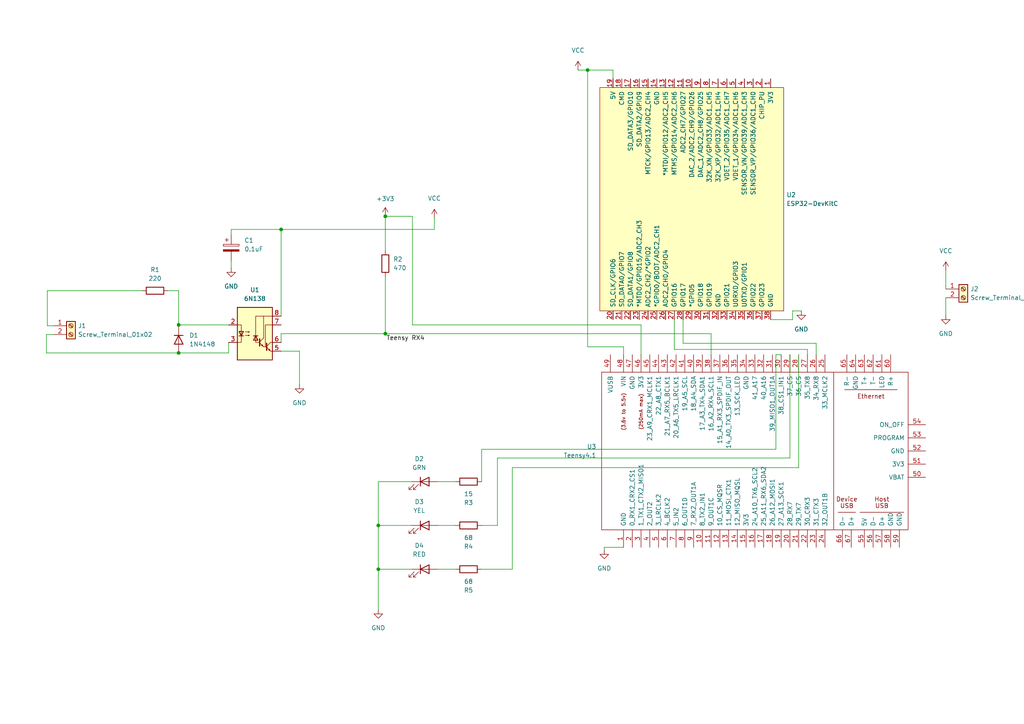
<source format=kicad_sch>
(kicad_sch (version 20211123) (generator eeschema)
  (paper "A4")
  (title_block (title "Piano Synth") (date "2022-05-25") (rev "v0") (company "JOYLABO.STUDIO") (comment 1 "Pool Piano @ Echigo Tsumari"))
  (lib_symbols
    (symbol "Connector:Screw_Terminal_01x02" (pin_names (offset 1.016) hide)
      (property "Reference" "J" (at 0 2.54 0))
      (property "Value" "Screw_Terminal_01x02" (at 0 -5.08 0))
      (symbol "Screw_Terminal_01x02_1_1"
        (rectangle (start -1.27 1.27) (end 1.27 -3.81) (stroke (width 0.254)) (fill (type background)))
        (circle (center 0 -2.54) (radius 0.635) (stroke (width 0.1524)))
        (polyline (pts (xy -0.5334 -2.2098) (xy 0.3302 -3.048)) (stroke (width 0.1524)))
        (polyline (pts (xy -0.5334 0.3302) (xy 0.3302 -0.508)) (stroke (width 0.1524)))
        (polyline (pts (xy -0.3556 -2.032) (xy 0.508 -2.8702)) (stroke (width 0.1524)))
        (polyline (pts (xy -0.3556 0.508) (xy 0.508 -0.3302)) (stroke (width 0.1524)))
        (circle (center 0 0) (radius 0.635) (stroke (width 0.1524)))
        (pin passive line (at -5.08 0 0) (length 3.81) (name "Pin_1") (number "1"))
        (pin passive line (at -5.08 -2.54 0) (length 3.81) (name "Pin_2") (number "2"))
      )
    )
    (symbol "Device:C_Polarized" (pin_numbers hide) (pin_names (offset 0.254))
      (property "Reference" "C" (at 0.635 2.54 0))
      (property "Value" "C_Polarized" (at 0.635 -2.54 0))
      (symbol "C_Polarized_0_1"
        (rectangle (start -2.286 0.508) (end 2.286 1.016))
        (polyline (pts (xy -1.778 2.286) (xy -0.762 2.286)))
        (polyline (pts (xy -1.27 2.794) (xy -1.27 1.778)))
        (rectangle (start 2.286 -0.508) (end -2.286 -1.016) (fill (type outline)))
      )
      (symbol "C_Polarized_1_1"
        (pin passive line (at 0 3.81 270) (length 2.794) (name "~") (number "1"))
        (pin passive line (at 0 -3.81 90) (length 2.794) (name "~") (number "2"))
      )
    )
    (symbol "Device:LED" (pin_numbers hide) (pin_names (offset 1.016) hide)
      (property "Reference" "D" (at 0 2.54 0))
      (property "Value" "LED" (at 0 -2.54 0))
      (symbol "LED_0_1"
        (polyline (pts (xy -1.27 -1.27) (xy -1.27 1.27)) (stroke (width 0.254)))
        (polyline (pts (xy -1.27 0) (xy 1.27 0)))
        (polyline (pts (xy 1.27 -1.27) (xy 1.27 1.27) (xy -1.27 0) (xy 1.27 -1.27)) (stroke (width 0.254)))
        (polyline (pts (xy -3.048 -0.762) (xy -4.572 -2.286) (xy -3.81 -2.286) (xy -4.572 -2.286) (xy -4.572 -1.524)))
        (polyline (pts (xy -1.778 -0.762) (xy -3.302 -2.286) (xy -2.54 -2.286) (xy -3.302 -2.286) (xy -3.302 -1.524)))
      )
      (symbol "LED_1_1"
        (pin passive line (at -3.81 0 0) (length 2.54) (name "K") (number "1"))
        (pin passive line (at 3.81 0 180) (length 2.54) (name "A") (number "2"))
      )
    )
    (symbol "Device:R" (pin_numbers hide) (pin_names (offset 0))
      (property "Reference" "R" (at 2.032 0 90))
      (property "Value" "R" (at 0 0 90))
      (symbol "R_0_1"
        (rectangle (start -1.016 -2.54) (end 1.016 2.54) (stroke (width 0.254)))
      )
      (symbol "R_1_1"
        (pin passive line (at 0 3.81 270) (length 1.27) (name "~") (number "1"))
        (pin passive line (at 0 -3.81 90) (length 1.27) (name "~") (number "2"))
      )
    )
    (symbol "Diode:1N4148" (pin_numbers hide) (pin_names (offset 1.016) hide)
      (property "Reference" "D" (at 0 2.54 0))
      (property "Value" "1N4148" (at 0 -2.54 0))
      (symbol "1N4148_0_1"
        (polyline (pts (xy -1.27 1.27) (xy -1.27 -1.27)) (stroke (width 0.254)))
        (polyline (pts (xy 1.27 0) (xy -1.27 0)))
        (polyline (pts (xy 1.27 1.27) (xy 1.27 -1.27) (xy -1.27 0) (xy 1.27 1.27)) (stroke (width 0.254)))
      )
      (symbol "1N4148_1_1"
        (pin passive line (at -3.81 0 0) (length 2.54) (name "K") (number "1"))
        (pin passive line (at 3.81 0 180) (length 2.54) (name "A") (number "2"))
      )
    )
    (symbol "Espressif:ESP32-DevKitC" (pin_names (offset 1.016))
      (property "Reference" "U" (at -8.89 26.67 0))
      (property "Value" "ESP32-DevKitC" (at 0 -29.21 0))
      (symbol "ESP32-DevKitC_0_0"
        (pin power_in line (at -33.02 -11.43 0) (length 2.54) (name "GND") (number "14"))
        (pin power_in line (at -33.02 -24.13 0) (length 2.54) (name "5V") (number "19"))
      )
      (symbol "ESP32-DevKitC_0_1"
        (rectangle (start -30.48 25.4) (end 34.29 -27.94) (fill (type background)))
      )
      (symbol "ESP32-DevKitC_1_1"
        (pin power_in line (at -33.02 21.59 0) (length 2.54) (name "3V3") (number "1"))
        (pin bidirectional line (at -33.02 -1.27 0) (length 2.54) (name "DAC_2/ADC2_CH9/GPIO26") (number "10"))
        (pin bidirectional line (at -33.02 -3.81 0) (length 2.54) (name "ADC2_CH7/GPIO27") (number "11"))
        (pin bidirectional line (at -33.02 -6.35 0) (length 2.54) (name "MTMS/GPIO14/ADC2_CH6") (number "12"))
        (pin bidirectional line (at -33.02 -8.89 0) (length 2.54) (name "*MTDI/GPIO12/ADC2_CH5") (number "13"))
        (pin bidirectional line (at -33.02 -13.97 0) (length 2.54) (name "MTCK/GPIO13/ADC2_CH4") (number "15"))
        (pin bidirectional line (at -33.02 -16.51 0) (length 2.54) (name "SD_DATA2/GPIO9") (number "16"))
        (pin bidirectional line (at -33.02 -19.05 0) (length 2.54) (name "SD_DATA3/GPIO10") (number "17"))
        (pin bidirectional line (at -33.02 -21.59 0) (length 2.54) (name "CMD") (number "18"))
        (pin input line (at -33.02 19.05 0) (length 2.54) (name "CHIP_PU") (number "2"))
        (pin bidirectional line (at 36.83 -24.13 180) (length 2.54) (name "SD_CLK/GPIO6") (number "20"))
        (pin bidirectional line (at 36.83 -21.59 180) (length 2.54) (name "SD_DATA0/GPIO7") (number "21"))
        (pin bidirectional line (at 36.83 -19.05 180) (length 2.54) (name "SD_DATA1/GPIO8") (number "22"))
        (pin bidirectional line (at 36.83 -16.51 180) (length 2.54) (name "*MTDO/GPIO15/ADC2_CH3") (number "23"))
        (pin bidirectional line (at 36.83 -13.97 180) (length 2.54) (name "ADC2_CH2/*GPIO2") (number "24"))
        (pin bidirectional line (at 36.83 -11.43 180) (length 2.54) (name "*GPIO0/BOOT/ADC2_CH1") (number "25"))
        (pin bidirectional line (at 36.83 -8.89 180) (length 2.54) (name "ADC2_CH0/GPIO4") (number "26"))
        (pin bidirectional line (at 36.83 -6.35 180) (length 2.54) (name "GPIO16") (number "27"))
        (pin bidirectional line (at 36.83 -3.81 180) (length 2.54) (name "GPIO17") (number "28"))
        (pin bidirectional line (at 36.83 -1.27 180) (length 2.54) (name "*GPIO5") (number "29"))
        (pin input line (at -33.02 16.51 0) (length 2.54) (name "SENSOR_VP/GPIO36/ADC1_CH0") (number "3"))
        (pin bidirectional line (at 36.83 1.27 180) (length 2.54) (name "GPIO18") (number "30"))
        (pin bidirectional line (at 36.83 3.81 180) (length 2.54) (name "GPIO19") (number "31"))
        (pin power_in line (at 36.83 6.35 180) (length 2.54) (name "GND") (number "32"))
        (pin bidirectional line (at 36.83 8.89 180) (length 2.54) (name "GPIO21") (number "33"))
        (pin bidirectional line (at 36.83 11.43 180) (length 2.54) (name "U0RXD/GPIO3") (number "34"))
        (pin bidirectional line (at 36.83 13.97 180) (length 2.54) (name "U0TXD/GPIO1") (number "35"))
        (pin bidirectional line (at 36.83 16.51 180) (length 2.54) (name "GPIO22") (number "36"))
        (pin bidirectional line (at 36.83 19.05 180) (length 2.54) (name "GPIO23") (number "37"))
        (pin power_in line (at 36.83 21.59 180) (length 2.54) (name "GND") (number "38"))
        (pin input line (at -33.02 13.97 0) (length 2.54) (name "SENSOR_VN/GPIO39/ADC1_CH3") (number "4"))
        (pin input line (at -33.02 11.43 0) (length 2.54) (name "VDET_1/GPIO34/ADC1_CH6") (number "5"))
        (pin input line (at -33.02 8.89 0) (length 2.54) (name "VDET_2/GPIO35/ADC1_CH7") (number "6"))
        (pin bidirectional line (at -33.02 6.35 0) (length 2.54) (name "32K_XP/GPIO32/ADC1_CH4") (number "7"))
        (pin bidirectional line (at -33.02 3.81 0) (length 2.54) (name "32K_XN/GPIO33/ADC1_CH5") (number "8"))
        (pin bidirectional line (at -33.02 1.27 0) (length 2.54) (name "DAC_1/ADC2_CH8/GPIO25") (number "9"))
      )
    )
    (symbol "Isolator:6N138" (pin_names (offset 1.016) hide)
      (property "Reference" "U" (at -4.064 8.89 0))
      (property "Value" "6N138" (at 2.286 8.89 0))
      (symbol "6N138_0_1"
        (rectangle (start -5.08 7.62) (end 5.08 -7.62) (stroke (width 0.254)) (fill (type background)))
        (polyline (pts (xy -4.572 -0.635) (xy -3.302 -0.635)) (stroke (width 0.254)))
        (polyline (pts (xy 0.889 -0.635) (xy -0.381 -0.635)) (stroke (width 0.254)))
        (polyline (pts (xy 1.397 -2.667) (xy 2.54 -3.81)))
        (polyline (pts (xy 1.397 -2.413) (xy 2.54 -1.27)))
        (polyline (pts (xy 2.54 -3.81) (xy 3.175 -3.81)))
        (polyline (pts (xy 3.429 -3.937) (xy 4.572 -5.08)))
        (polyline (pts (xy 3.429 -3.683) (xy 4.572 -2.54)))
        (polyline (pts (xy 4.572 -5.08) (xy 5.08 -5.08)))
        (polyline (pts (xy 4.572 -2.54) (xy 5.08 -2.54)))
        (polyline (pts (xy 1.397 -1.524) (xy 1.397 -3.556) (xy 1.397 -3.556)) (stroke (width 0.3556)))
        (polyline (pts (xy 2.54 -1.27) (xy 2.54 5.08) (xy 5.08 5.08)))
        (polyline (pts (xy 3.429 -2.794) (xy 3.429 -4.826) (xy 3.429 -4.826)) (stroke (width 0.3556)))
        (polyline (pts (xy 5.08 2.54) (xy 3.048 2.54) (xy 3.048 -3.81)))
        (polyline (pts (xy -5.08 -2.54) (xy -3.937 -2.54) (xy -3.937 2.54) (xy -5.08 2.54)))
        (polyline (pts (xy -3.937 -0.635) (xy -4.572 0.635) (xy -3.302 0.635) (xy -3.937 -0.635)) (stroke (width 0.254)))
        (polyline (pts (xy 0.254 -0.635) (xy 0.889 -1.905) (xy -0.381 -1.905) (xy 0.254 -0.635)) (stroke (width 0.254)))
        (polyline (pts (xy 1.27 -2.54) (xy 0.254 -2.54) (xy 0.254 5.08) (xy 2.54 5.08)))
        (polyline (pts (xy 2.413 -3.683) (xy 2.159 -3.175) (xy 1.905 -3.429) (xy 2.413 -3.683)))
        (polyline (pts (xy 4.445 -4.953) (xy 4.191 -4.445) (xy 3.937 -4.699) (xy 4.445 -4.953)))
        (polyline (pts (xy -2.794 -0.508) (xy -1.524 -0.508) (xy -1.905 -0.635) (xy -1.905 -0.381) (xy -1.524 -0.508)))
        (polyline (pts (xy -2.794 0.508) (xy -1.524 0.508) (xy -1.905 0.381) (xy -1.905 0.635) (xy -1.524 0.508)))
      )
      (symbol "6N138_1_1"
        (pin no_connect line (at -5.08 5.08 0) (length 2.54) hide (name "NC") (number "1"))
        (pin passive line (at -7.62 2.54 0) (length 2.54) (name "C1") (number "2"))
        (pin passive line (at -7.62 -2.54 0) (length 2.54) (name "C2") (number "3"))
        (pin no_connect line (at -5.08 -5.08 0) (length 2.54) hide (name "NC") (number "4"))
        (pin passive line (at 7.62 -5.08 180) (length 2.54) (name "GND") (number "5"))
        (pin passive line (at 7.62 -2.54 180) (length 2.54) (name "VO2") (number "6"))
        (pin passive line (at 7.62 2.54 180) (length 2.54) (name "VO1") (number "7"))
        (pin passive line (at 7.62 5.08 180) (length 2.54) (name "VCC") (number "8"))
      )
    )
    (symbol "power:+3.3V" (power) (pin_names (offset 0))
      (property "Value" "+3.3V" (at 0 3.556 0))
      (symbol "+3.3V_0_1"
        (polyline (pts (xy -0.762 1.27) (xy 0 2.54)))
        (polyline (pts (xy 0 0) (xy 0 2.54)))
        (polyline (pts (xy 0 2.54) (xy 0.762 1.27)))
      )
      (symbol "+3.3V_1_1"
        (pin power_in line (at 0 0 90) (length 0) hide (name "+3V3") (number "1"))
      )
    )
    (symbol "power:GND" (power) (pin_names (offset 0))
      (property "Value" "GND" (at 0 -3.81 0))
      (symbol "GND_0_1"
        (polyline (pts (xy 0 0) (xy 0 -1.27) (xy 1.27 -1.27) (xy 0 -2.54) (xy -1.27 -1.27) (xy 0 -1.27)))
      )
      (symbol "GND_1_1"
        (pin power_in line (at 0 0 270) (length 0) hide (name "GND") (number "1"))
      )
    )
    (symbol "power:VCC" (power) (pin_names (offset 0))
      (property "Value" "VCC" (at 0 3.81 0))
      (symbol "VCC_0_1"
        (polyline (pts (xy -0.762 1.27) (xy 0 2.54)))
        (polyline (pts (xy 0 0) (xy 0 2.54)))
        (polyline (pts (xy 0 2.54) (xy 0.762 1.27)))
      )
      (symbol "VCC_1_1"
        (pin power_in line (at 0 0 90) (length 0) hide (name "VCC") (number "1"))
      )
    )
    (symbol "teensy:Teensy4.1" (pin_names (offset 1.016))
      (property "Reference" "U" (at 0 64.77 0))
      (property "Value" "Teensy4.1" (at 0 62.23 0))
      (symbol "Teensy4.1_0_0"
        (polyline (pts (xy -22.86 -6.35) (xy 22.86 -6.35)))
        (polyline (pts (xy -17.78 -26.67) (xy -17.78 -13.97)))
        (polyline (pts (xy -17.78 -7.62) (xy -17.78 -12.7)))
        (polyline (pts (xy 17.78 -9.525) (xy 17.78 -24.765)))
        (text "(250mA max)" (at 11.43 49.53 0) (effects (font (size 1.016 1.016))))
        (text "(3.6v to 5.5v)" (at 11.43 54.61 0) (effects (font (size 1.016 1.016))))
        (text "Device" (at -13.97 -10.16 900) (effects (font (size 1.27 1.27))))
        (text "Ethernet" (at 15.875 -17.145 900) (effects (font (size 1.27 1.27))))
        (text "Host" (at -13.97 -20.32 900) (effects (font (size 1.27 1.27))))
        (text "USB" (at -15.875 -20.32 900) (effects (font (size 1.27 1.27))))
        (text "USB" (at -15.875 -10.16 900) (effects (font (size 1.27 1.27))))
        (pin bidirectional line (at -27.94 31.75 0) (length 5.08) (name "8_TX2_IN1") (number "10"))
        (pin bidirectional line (at -27.94 29.21 0) (length 5.08) (name "9_OUT1C") (number "11"))
        (pin bidirectional line (at -27.94 26.67 0) (length 5.08) (name "10_CS_MQSR") (number "12"))
        (pin bidirectional line (at -27.94 24.13 0) (length 5.08) (name "11_MOSI_CTX1") (number "13"))
        (pin bidirectional line (at -27.94 21.59 0) (length 5.08) (name "12_MISO_MQSL") (number "14"))
        (pin power_in line (at -27.94 19.05 0) (length 5.08) (name "3V3") (number "15"))
        (pin bidirectional line (at -27.94 16.51 0) (length 5.08) (name "24_A10_TX6_SCL2") (number "16"))
        (pin bidirectional line (at -27.94 13.97 0) (length 5.08) (name "25_A11_RX6_SDA2") (number "17"))
        (pin bidirectional line (at -27.94 11.43 0) (length 5.08) (name "26_A12_MOSI1") (number "18"))
        (pin bidirectional line (at -27.94 8.89 0) (length 5.08) (name "27_A13_SCK1") (number "19"))
        (pin bidirectional line (at -27.94 6.35 0) (length 5.08) (name "28_RX7") (number "20"))
        (pin bidirectional line (at -27.94 3.81 0) (length 5.08) (name "29_TX7") (number "21"))
        (pin bidirectional line (at -27.94 1.27 0) (length 5.08) (name "30_CRX3") (number "22"))
        (pin bidirectional line (at -27.94 -1.27 0) (length 5.08) (name "31_CTX3") (number "23"))
        (pin bidirectional line (at -27.94 -3.81 0) (length 5.08) (name "32_OUT1B") (number "24"))
        (pin bidirectional line (at 27.94 -3.81 180) (length 5.08) (name "33_MCLK2") (number "25"))
        (pin bidirectional line (at 27.94 -1.27 180) (length 5.08) (name "34_RX8") (number "26"))
        (pin bidirectional line (at 27.94 1.27 180) (length 5.08) (name "35_TX8") (number "27"))
        (pin bidirectional line (at 27.94 3.81 180) (length 5.08) (name "36_CS") (number "28"))
        (pin bidirectional line (at 27.94 6.35 180) (length 5.08) (name "37_CS") (number "29"))
        (pin bidirectional line (at 27.94 8.89 180) (length 5.08) (name "38_CS1_IN1") (number "30"))
        (pin bidirectional line (at 27.94 11.43 180) (length 5.08) (name "39_MISO1_OUT1A") (number "31"))
        (pin bidirectional line (at 27.94 13.97 180) (length 5.08) (name "40_A16") (number "32"))
        (pin bidirectional line (at 27.94 16.51 180) (length 5.08) (name "41_A17") (number "33"))
        (pin bidirectional line (at 27.94 21.59 180) (length 5.08) (name "13_SCK_LED") (number "35"))
        (pin bidirectional line (at 27.94 24.13 180) (length 5.08) (name "14_A0_TX3_SPDIF_OUT") (number "36"))
        (pin bidirectional line (at 27.94 26.67 180) (length 5.08) (name "15_A1_RX3_SPDIF_IN") (number "37"))
        (pin bidirectional line (at 27.94 29.21 180) (length 5.08) (name "16_A2_RX4_SCL1") (number "38"))
        (pin bidirectional line (at 27.94 31.75 180) (length 5.08) (name "17_A3_TX4_SDA1") (number "39"))
        (pin bidirectional line (at 27.94 34.29 180) (length 5.08) (name "18_A4_SDA") (number "40"))
        (pin bidirectional line (at 27.94 36.83 180) (length 5.08) (name "19_A5_SCL") (number "41"))
        (pin bidirectional line (at 27.94 39.37 180) (length 5.08) (name "20_A6_TX5_LRCLK1") (number "42"))
        (pin bidirectional line (at 27.94 41.91 180) (length 5.08) (name "21_A7_RX5_BCLK1") (number "43"))
        (pin bidirectional line (at 27.94 44.45 180) (length 5.08) (name "22_A8_CTX1") (number "44"))
        (pin bidirectional line (at 27.94 46.99 180) (length 5.08) (name "23_A9_CRX1_MCLK1") (number "45"))
        (pin output line (at 27.94 49.53 180) (length 5.08) (name "3V3") (number "46"))
        (pin output line (at 27.94 52.07 180) (length 5.08) (name "GND") (number "47"))
        (pin power_in line (at 27.94 54.61 180) (length 5.08) (name "VIN") (number "48"))
        (pin power_out line (at 27.94 58.42 180) (length 5.08) (name "VUSB") (number "49"))
        (pin bidirectional line (at -27.94 44.45 0) (length 5.08) (name "3_LRCLK2") (number "5"))
        (pin power_in line (at -7.62 -33.02 90) (length 5.08) (name "VBAT") (number "50"))
        (pin power_in line (at -3.81 -33.02 90) (length 5.08) (name "3V3") (number "51"))
        (pin input line (at 0 -33.02 90) (length 5.08) (name "GND") (number "52"))
        (pin input line (at 3.81 -33.02 90) (length 5.08) (name "PROGRAM") (number "53"))
        (pin input line (at 7.62 -33.02 90) (length 5.08) (name "ON_OFF") (number "54"))
        (pin power_out line (at -27.94 -15.24 0) (length 5.08) (name "5V") (number "55"))
        (pin bidirectional line (at -27.94 -17.78 0) (length 5.08) (name "D-") (number "56"))
        (pin bidirectional line (at -27.94 -20.32 0) (length 5.08) (name "D+") (number "57"))
        (pin power_in line (at -27.94 -22.86 0) (length 5.08) (name "GND") (number "58"))
        (pin power_in line (at -27.94 -25.4 0) (length 5.08) (name "GND") (number "59"))
        (pin bidirectional line (at -27.94 41.91 0) (length 5.08) (name "4_BCLK2") (number "6"))
        (pin bidirectional line (at 27.94 -22.86 180) (length 5.08) (name "R+") (number "60"))
        (pin bidirectional line (at 27.94 -20.32 180) (length 5.08) (name "LED") (number "61"))
        (pin bidirectional line (at 27.94 -17.78 180) (length 5.08) (name "T-") (number "62"))
        (pin bidirectional line (at 27.94 -15.24 180) (length 5.08) (name "T+") (number "63"))
        (pin power_in line (at 27.94 -12.7 180) (length 5.08) (name "GND") (number "64"))
        (pin bidirectional line (at 27.94 -10.16 180) (length 5.08) (name "R-") (number "65"))
        (pin bidirectional line (at -27.94 -8.89 0) (length 5.08) (name "D-") (number "66"))
        (pin bidirectional line (at -27.94 -11.43 0) (length 5.08) (name "D+") (number "67"))
        (pin bidirectional line (at -27.94 39.37 0) (length 5.08) (name "5_IN2") (number "7"))
        (pin bidirectional line (at -27.94 36.83 0) (length 5.08) (name "6_OUT1D") (number "8"))
        (pin bidirectional line (at -27.94 34.29 0) (length 5.08) (name "7_RX2_OUT1A") (number "9"))
      )
      (symbol "Teensy4.1_0_1"
        (rectangle (start -22.86 60.96) (end 22.86 -27.94))
        (rectangle (start -20.32 -1.27) (end -20.32 -1.27))
      )
      (symbol "Teensy4.1_1_1"
        (pin power_in line (at -27.94 54.61 0) (length 5.08) (name "GND") (number "1"))
        (pin bidirectional line (at -27.94 52.07 0) (length 5.08) (name "0_RX1_CRX2_CS1") (number "2"))
        (pin bidirectional line (at -27.94 49.53 0) (length 5.08) (name "1_TX1_CTX2_MISO1") (number "3"))
        (pin power_in line (at 27.94 19.05 180) (length 5.08) (name "GND") (number "34"))
        (pin bidirectional line (at -27.94 46.99 0) (length 5.08) (name "2_OUT2") (number "4"))
      )
    )
  )
  (junction (at 51.816 94.234))
  (junction (at 109.728 152.4))
  (junction (at 109.728 165.1))
  (junction (at 111.76 96.774))
  (junction (at 81.534 66.548))
  (junction (at 51.816 102.362))
  (junction (at 111.76 62.738))
  (junction (at 170.434 20.32))
  (wire (pts (xy 67.056 75.692) (xy 67.056 77.724)))
  (wire (pts (xy 231.648 135.636) (xy 148.59 135.636)))
  (wire (pts (xy 81.534 96.774) (xy 81.534 99.314)))
  (wire (pts (xy 86.868 101.854) (xy 86.868 111.506)))
  (wire (pts (xy 274.32 86.36) (xy 274.32 91.44)))
  (wire (pts (xy 109.728 165.1) (xy 109.728 176.784)))
  (wire (pts (xy 180.848 100.584) (xy 180.848 102.87)))
  (wire (pts (xy 170.434 20.32) (xy 170.434 100.584)))
  (wire (pts (xy 180.848 158.75) (xy 175.26 158.75)))
  (wire (pts (xy 231.648 102.87) (xy 231.648 135.636)))
  (wire (pts (xy 119.634 94.234) (xy 119.634 62.738)))
  (wire (pts (xy 109.728 152.4) (xy 109.728 165.1)))
  (wire (pts (xy 41.148 84.328) (xy 13.716 84.328)))
  (wire (pts (xy 198.12 99.568) (xy 236.728 99.568)))
  (wire (pts (xy 81.534 66.548) (xy 67.056 66.548)))
  (wire (pts (xy 119.634 62.738) (xy 111.76 62.738)))
  (wire (pts (xy 225.044 102.87) (xy 225.044 130.302)))
  (wire (pts (xy 119.634 94.234) (xy 185.928 94.234)))
  (wire (pts (xy 127 165.1) (xy 132.08 165.1)))
  (wire (pts (xy 81.534 91.694) (xy 81.534 66.548)))
  (wire (pts (xy 111.76 96.774) (xy 206.248 96.774)))
  (wire (pts (xy 229.108 132.842) (xy 144.272 132.842)))
  (wire (pts (xy 109.728 139.7) (xy 109.728 152.4)))
  (wire (pts (xy 111.76 96.774) (xy 81.534 96.774)))
  (wire (pts (xy 167.64 20.32) (xy 170.434 20.32)))
  (wire (pts (xy 67.056 66.548) (xy 67.056 68.072)))
  (wire (pts (xy 236.728 99.568) (xy 236.728 102.87)))
  (wire (pts (xy 206.248 102.87) (xy 206.248 96.774)))
  (wire (pts (xy 51.816 84.328) (xy 48.768 84.328)))
  (wire (pts (xy 195.58 92.71) (xy 195.58 101.346)))
  (wire (pts (xy 229.108 102.87) (xy 229.108 132.842)))
  (wire (pts (xy 139.7 130.302) (xy 139.7 139.7)))
  (wire (pts (xy 111.76 80.264) (xy 111.76 96.774)))
  (wire (pts (xy 111.76 62.738) (xy 111.76 72.644)))
  (wire (pts (xy 170.434 20.32) (xy 177.8 20.32)))
  (wire (pts (xy 223.52 92.71) (xy 229.87 92.71)))
  (wire (pts (xy 229.87 90.17) (xy 232.41 90.17)))
  (wire (pts (xy 125.984 63.246) (xy 125.984 66.548)))
  (wire (pts (xy 195.58 101.346) (xy 234.188 101.346)))
  (wire (pts (xy 225.044 130.302) (xy 139.7 130.302)))
  (wire (pts (xy 51.816 94.234) (xy 51.816 84.328)))
  (wire (pts (xy 234.188 101.346) (xy 234.188 102.87)))
  (wire (pts (xy 177.8 20.32) (xy 177.8 22.86)))
  (wire (pts (xy 170.434 100.584) (xy 180.848 100.584)))
  (wire (pts (xy 274.32 78.486) (xy 274.32 83.82)))
  (wire (pts (xy 51.816 102.362) (xy 13.462 102.362)))
  (wire (pts (xy 198.12 92.71) (xy 198.12 99.568)))
  (wire (pts (xy 119.38 139.7) (xy 109.728 139.7)))
  (wire (pts (xy 127 139.7) (xy 132.08 139.7)))
  (wire (pts (xy 81.534 101.854) (xy 86.868 101.854)))
  (wire (pts (xy 144.272 152.4) (xy 139.7 152.4)))
  (wire (pts (xy 13.462 102.362) (xy 13.462 97.028)))
  (wire (pts (xy 51.816 94.742) (xy 51.816 94.234)))
  (wire (pts (xy 81.534 66.548) (xy 125.984 66.548)))
  (wire (pts (xy 185.928 102.87) (xy 185.928 94.234)))
  (wire (pts (xy 119.38 152.4) (xy 109.728 152.4)))
  (wire (pts (xy 51.816 94.234) (xy 66.294 94.234)))
  (wire (pts (xy 66.294 102.362) (xy 51.816 102.362)))
  (wire (pts (xy 229.87 92.71) (xy 229.87 90.17)))
  (wire (pts (xy 175.26 158.75) (xy 175.26 159.512)))
  (wire (pts (xy 127 152.4) (xy 132.08 152.4)))
  (wire (pts (xy 226.568 102.87) (xy 225.044 102.87)))
  (wire (pts (xy 13.462 97.028) (xy 15.494 97.028)))
  (wire (pts (xy 66.294 99.314) (xy 66.294 102.362)))
  (wire (pts (xy 13.716 84.328) (xy 13.716 94.488)))
  (wire (pts (xy 13.716 94.488) (xy 15.494 94.488)))
  (wire (pts (xy 109.728 165.1) (xy 119.38 165.1)))
  (wire (pts (xy 148.59 135.636) (xy 148.59 165.1)))
  (wire (pts (xy 148.59 165.1) (xy 139.7 165.1)))
  (wire (pts (xy 144.272 132.842) (xy 144.272 152.4)))
  (label "Teensy RX4" (at 123.19 99.06 180))
  (symbol (lib_id "Espressif:ESP32-DevKitC") (at 201.93 55.88 270) (unit 1)
    (property "Reference" "U2" (at 228.092 56.5149 90) (effects (justify left)))
    (property "Value" "ESP32-DevKitC" (at 228.092 59.0549 90) (effects (justify left)))
    (property "Footprint" "Espressif:ESP32-DevKitC" (effects hide))
    (property "Datasheet" "https://docs.espressif.com/projects/esp-idf/zh_CN/latest/esp32/hw-reference/esp32/get-started-devkitc.html" (effects hide))
  )
  (symbol (lib_id "Connector:Screw_Terminal_01x02") (at 20.574 94.488 0) (unit 1)
    (property "Reference" "J1" (at 22.606 94.4879 0) (effects (justify left)))
    (property "Value" "Screw_Terminal_01x02" (at 22.606 97.0279 0) (effects (justify left)))
    (property "Footprint" "TerminalBlock:TerminalBlock_bornier-2_P5.08mm" (effects hide))
  )
  (symbol (lib_id "Connector:Screw_Terminal_01x02") (at 279.4 83.82 0) (unit 1)
    (property "Reference" "J2" (at 281.432 83.8199 0) (effects (justify left)))
    (property "Value" "Screw_Terminal_01x02" (at 281.432 86.3599 0) (effects (justify left)))
    (property "Footprint" "TerminalBlock:TerminalBlock_bornier-2_P5.08mm" (effects hide))
  )
  (symbol (lib_id "teensy:Teensy4.1") (at 235.458 130.81 90) (unit 1)
    (property "Reference" "U3" (at 172.974 129.5399 90) (effects (justify left)))
    (property "Value" "Teensy4.1" (at 172.974 132.0799 90) (effects (justify left)))
    (property "Footprint" "teensy:Teensy41" (effects hide))
  )
  (symbol (lib_id "Device:LED") (at 123.19 139.7 0) (unit 1)
    (property "Reference" "D2" (at 121.6025 133.096 0))
    (property "Value" "GRN" (at 121.6025 135.636 0))
    (property "Footprint" "LED_THT:LED_D5.0mm" (effects hide))
  )
  (symbol (lib_id "power:GND") (at 109.728 176.784 0) (unit 1)
    (property "Reference" "#PWR05" (effects hide))
    (property "Value" "GND" (at 109.728 182.118 0))
  )
  (symbol (lib_id "Device:R") (at 135.89 165.1 90) (unit 1)
    (property "Reference" "R5" (at 135.89 171.196 90))
    (property "Value" "68" (at 135.89 168.656 90))
    (property "Footprint" "Resistor_THT:R_Axial_DIN0207_L6.3mm_D2.5mm_P7.62mm_Horizontal" (effects hide))
  )
  (symbol (lib_id "Diode:1N4148") (at 51.816 98.552 270) (unit 1)
    (property "Reference" "D1" (at 54.864 97.2819 90) (effects (justify left)))
    (property "Value" "1N4148" (at 54.864 99.8219 90) (effects (justify left)))
    (property "Footprint" "Diode_THT:D_DO-35_SOD27_P7.62mm_Horizontal" (effects hide))
    (property "Datasheet" "https://assets.nexperia.com/documents/data-sheet/1N4148_1N4448.pdf" (effects hide))
  )
  (symbol (lib_id "power:GND") (at 274.32 91.44 0) (unit 1)
    (property "Reference" "#PWR010" (effects hide))
    (property "Value" "GND" (at 274.32 96.774 0))
  )
  (symbol (lib_id "Device:R") (at 44.958 84.328 270) (unit 1)
    (property "Reference" "R1" (at 44.958 78.232 90))
    (property "Value" "220" (at 44.958 80.772 90))
    (property "Footprint" "Resistor_THT:R_Axial_DIN0309_L9.0mm_D3.2mm_P12.70mm_Horizontal" (effects hide))
  )
  (symbol (lib_id "Device:C_Polarized") (at 67.056 71.882 0) (unit 1)
    (property "Reference" "C1" (at 70.866 69.7229 0) (effects (justify left)))
    (property "Value" "0.1uF" (at 70.866 72.2629 0) (effects (justify left)))
    (property "Footprint" "Capacitor_THT:CP_Radial_D8.0mm_P5.00mm" (effects hide))
  )
  (symbol (lib_id "Device:R") (at 135.89 139.7 90) (unit 1)
    (property "Reference" "R3" (at 135.89 145.796 90))
    (property "Value" "15" (at 135.89 143.256 90))
    (property "Footprint" "Resistor_THT:R_Axial_DIN0207_L6.3mm_D2.5mm_P7.62mm_Horizontal" (effects hide))
  )
  (symbol (lib_id "power:GND") (at 175.26 159.512 0) (unit 1)
    (property "Reference" "#PWR07" (effects hide))
    (property "Value" "GND" (at 175.26 164.846 0))
  )
  (symbol (lib_id "power:+3.3V") (at 111.76 62.738 0) (unit 1)
    (property "Reference" "#PWR03" (effects hide))
    (property "Value" "+3.3V" (at 111.76 57.658 0))
  )
  (symbol (lib_id "Isolator:6N138") (at 73.914 96.774 0) (unit 1)
    (property "Reference" "U1" (at 73.914 84.074 0))
    (property "Value" "6N138" (at 73.914 86.614 0))
    (property "Footprint" "Package_DIP:DIP-8_W7.62mm" (effects hide))
    (property "Datasheet" "http://www.onsemi.com/pub/Collateral/HCPL2731-D.pdf" (effects hide))
  )
  (symbol (lib_id "power:VCC") (at 274.32 78.486 0) (unit 1)
    (property "Reference" "#PWR09" (effects hide))
    (property "Value" "VCC" (at 274.32 72.771 0))
  )
  (symbol (lib_id "power:GND") (at 86.868 111.506 0) (unit 1)
    (property "Reference" "#PWR02" (effects hide))
    (property "Value" "GND" (at 86.868 116.84 0))
  )
  (symbol (lib_id "power:GND") (at 232.41 90.17 0) (unit 1)
    (property "Reference" "#PWR08" (effects hide))
    (property "Value" "GND" (at 232.41 95.504 0))
  )
  (symbol (lib_id "Device:LED") (at 123.19 152.4 0) (unit 1)
    (property "Reference" "D3" (at 121.6025 145.542 0))
    (property "Value" "YEL" (at 121.6025 148.082 0))
    (property "Footprint" "LED_THT:LED_D5.0mm" (effects hide))
  )
  (symbol (lib_id "power:VCC") (at 167.64 20.32 0) (unit 1)
    (property "Reference" "#PWR06" (effects hide))
    (property "Value" "VCC" (at 167.64 14.605 0))
  )
  (symbol (lib_id "power:GND") (at 67.056 77.724 0) (unit 1)
    (property "Reference" "#PWR01" (effects hide))
    (property "Value" "GND" (at 67.056 83.058 0))
  )
  (symbol (lib_id "power:VCC") (at 125.984 63.246 0) (unit 1)
    (property "Reference" "#PWR04" (effects hide))
    (property "Value" "VCC" (at 125.984 57.531 0))
  )
  (symbol (lib_id "Device:R") (at 135.89 152.4 90) (unit 1)
    (property "Reference" "R4" (at 135.89 158.496 90))
    (property "Value" "68" (at 135.89 155.956 90))
    (property "Footprint" "Resistor_THT:R_Axial_DIN0207_L6.3mm_D2.5mm_P7.62mm_Horizontal" (effects hide))
  )
  (symbol (lib_id "Device:LED") (at 123.19 165.1 0) (unit 1)
    (property "Reference" "D4" (at 121.6025 158.242 0))
    (property "Value" "RED" (at 121.6025 160.782 0))
    (property "Footprint" "LED_THT:LED_D5.0mm" (effects hide))
  )
  (symbol (lib_id "Device:R") (at 111.76 76.454 0) (unit 1)
    (property "Reference" "R2" (at 114.046 75.1839 0) (effects (justify left)))
    (property "Value" "470" (at 114.046 77.7239 0) (effects (justify left)))
    (property "Footprint" "Resistor_THT:R_Axial_DIN0309_L9.0mm_D3.2mm_P12.70mm_Horizontal" (effects hide))
  )
)
</source>
